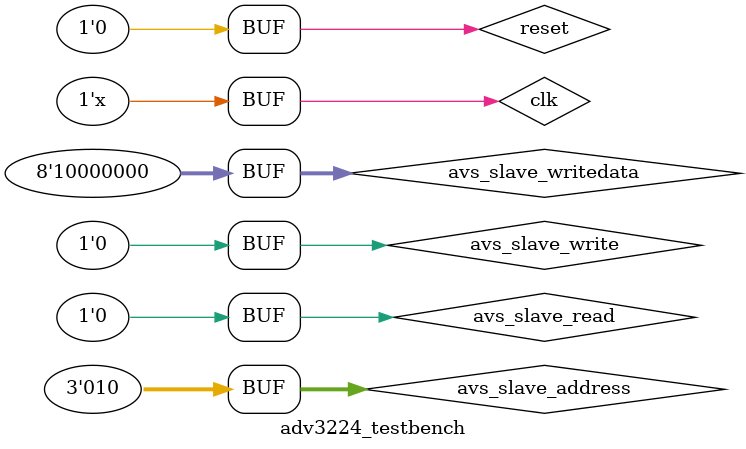
<source format=v>
`timescale 1 ns / 1 ns


module adv3224_testbench;

	// simulated bus
	reg clk = 0;
	reg reset = 1;

	reg       [2:0]avs_slave_address = 0;
	reg            avs_slave_write = 0;
	reg            avs_slave_read = 0;
	reg       [7:0]avs_slave_writedata = 0;
	wire      [7:0]avs_slave_readdata;
	
	// simulated chip
	wire           cps_reset_n;
	wire           cps_ce_n;
	wire           cps_update_n;
	wire           cps_clk;
	wire           cps_datain;




	always #10 clk = !clk;
	

	initial
	begin
		#1    reset               <= 0;
		
		#100  avs_slave_address   <= 3;
		      avs_slave_writedata <= 8'b00010000;
		#20   avs_slave_write     <= 1;
		#20   avs_slave_write     <= 0;
		
		      avs_slave_address   <= 7;
		      avs_slave_writedata <= 8'b00000011;
		#20   avs_slave_write     <= 1;
		#20   avs_slave_write     <= 0;
		
		      avs_slave_address   <= 0;
		      avs_slave_writedata <= 8'b00000100;
		#20   avs_slave_write     <= 1;
		#20   avs_slave_write     <= 0;
		
		      avs_slave_address   <= 1;
		      avs_slave_writedata <= 8'b00001100;
		#20   avs_slave_write     <= 1;
		#20   avs_slave_write     <= 0;
		
		      avs_slave_address   <= 4;
		      avs_slave_writedata <= 8'b00001111;
		#20   avs_slave_write     <= 1;
		#20   avs_slave_write     <= 0;
		
		      avs_slave_address   <= 6;
		      avs_slave_writedata <= 8'b00000000;
		#20   avs_slave_write     <= 1;
		#20   avs_slave_write     <= 0;
		
		      avs_slave_address   <= 5;
		      avs_slave_writedata <= 8'b00010000;
		#20   avs_slave_write     <= 1;
		#20   avs_slave_write     <= 0;

		      avs_slave_address   <= 2;
		      avs_slave_writedata <= 8'b00000001;
		#20   avs_slave_write     <= 1;
		#20   avs_slave_write     <= 0;
		
		      avs_slave_writedata <= 8'b10000000;
		#20   avs_slave_write     <= 1;
		#20   avs_slave_write     <= 0;
		
		#5000 avs_slave_write     <= 1;
		#20   avs_slave_write     <= 0;
		
		 
	end
	

	adv3224 DUT (
		.clk(clk),
		.reset(reset),
		.avs_slave_write(avs_slave_write),
		.avs_slave_read(avs_slave_read),
		.avs_slave_writedata(avs_slave_writedata),
		.avs_slave_readdata(avs_slave_readdata),
		.avs_slave_address(avs_slave_address),
		.cps_reset_n(cps_reset_n),
		.cps_ce_n(cps_ce_n),
		.cps_update_n(cps_update_n),
		.cps_clk(cps_clk),
		.cps_datain(cps_datain)
	);


endmodule

</source>
